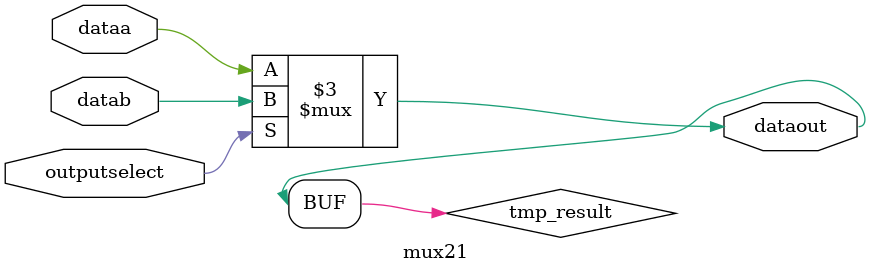
<source format=v>
module mux21 ( dataa, datab, dataout, outputselect);
	input dataa;
	input datab;
	output dataout;
	input outputselect;
	reg tmp_result;
    integer i;
    always @(dataa or datab or outputselect)
	begin
		tmp_result = 0;
		if (outputselect)
		begin
	        tmp_result = datab;
		end
		else
		begin
	        tmp_result = dataa;
		end
	end
    assign dataout = tmp_result;
endmodule
</source>
